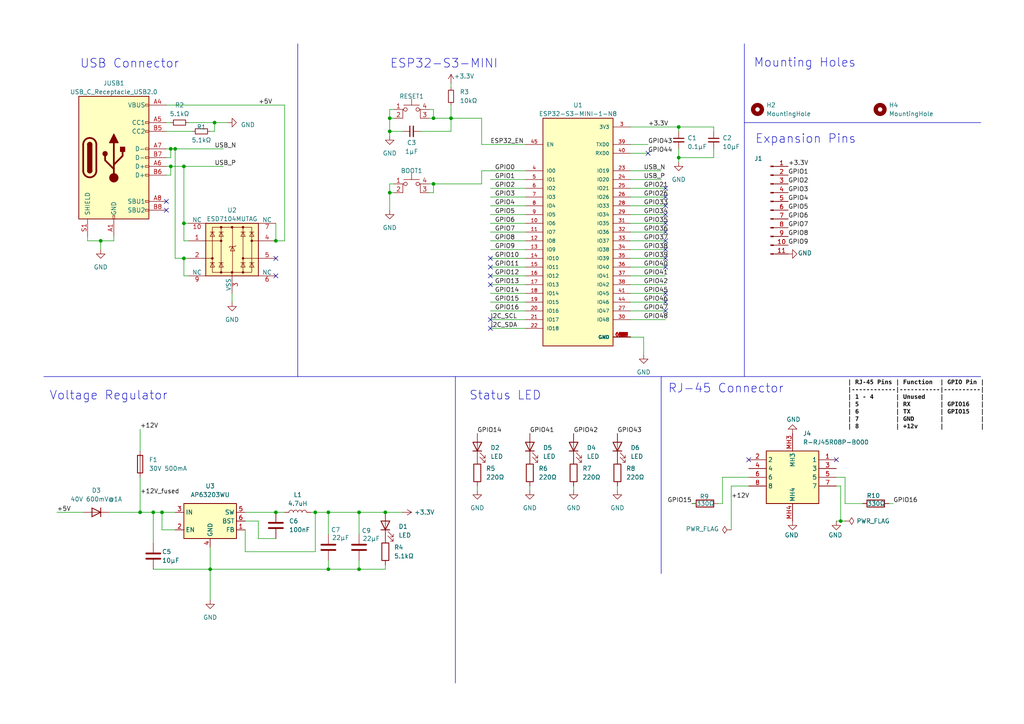
<source format=kicad_sch>
(kicad_sch (version 20231120) (generator "eeschema") (generator_version "8.0")
  (paper "A4")
  (lib_symbols
    (symbol "Connector:Conn_01x11_Pin" (pin_names (offset 1.016) hide)
      (property "Reference" "J" (at 0 15.24 0))
      (property "Value" "Conn_01x11_Pin" (at 0 -15.24 0))
      (symbol "Conn_01x11_Pin_1_1"
        (pin passive line (at 5.08 12.7 180) (length 3.81) (name "Pin_1") (number "1"))
        (pin passive line (at 5.08 -10.16 180) (length 3.81) (name "Pin_10") (number "10"))
        (pin passive line (at 5.08 -12.7 180) (length 3.81) (name "Pin_11") (number "11"))
        (pin passive line (at 5.08 10.16 180) (length 3.81) (name "Pin_2") (number "2"))
        (pin passive line (at 5.08 7.62 180) (length 3.81) (name "Pin_3") (number "3"))
        (pin passive line (at 5.08 5.08 180) (length 3.81) (name "Pin_4") (number "4"))
        (pin passive line (at 5.08 2.54 180) (length 3.81) (name "Pin_5") (number "5"))
        (pin passive line (at 5.08 0 180) (length 3.81) (name "Pin_6") (number "6"))
        (pin passive line (at 5.08 -2.54 180) (length 3.81) (name "Pin_7") (number "7"))
        (pin passive line (at 5.08 -5.08 180) (length 3.81) (name "Pin_8") (number "8"))
        (pin passive line (at 5.08 -7.62 180) (length 3.81) (name "Pin_9") (number "9"))
      )
    )
    (symbol "Connector:USB_C_Receptacle_USB2.0" (pin_names (offset 1.016))
      (property "Reference" "J" (at -10.16 19.05 0))
      (property "Value" "USB_C_Receptacle_USB2.0" (at 19.05 19.05 0))
      (symbol "USB_C_Receptacle_USB2.0_1_1"
        (pin passive line (at 0 -22.86 90) (length 5.08) (name "GND") (number "A1"))
        (pin passive line (at 0 -22.86 90) (length 5.08) hide (name "GND") (number "A12"))
        (pin passive line (at 15.24 15.24 180) (length 5.08) (name "VBUS") (number "A4"))
        (pin bidirectional line (at 15.24 10.16 180) (length 5.08) (name "CC1") (number "A5"))
        (pin bidirectional line (at 15.24 -2.54 180) (length 5.08) (name "D+") (number "A6"))
        (pin bidirectional line (at 15.24 2.54 180) (length 5.08) (name "D-") (number "A7"))
        (pin bidirectional line (at 15.24 -12.7 180) (length 5.08) (name "SBU1") (number "A8"))
        (pin passive line (at 15.24 15.24 180) (length 5.08) hide (name "VBUS") (number "A9"))
        (pin passive line (at 0 -22.86 90) (length 5.08) hide (name "GND") (number "B1"))
        (pin passive line (at 0 -22.86 90) (length 5.08) hide (name "GND") (number "B12"))
        (pin passive line (at 15.24 15.24 180) (length 5.08) hide (name "VBUS") (number "B4"))
        (pin bidirectional line (at 15.24 7.62 180) (length 5.08) (name "CC2") (number "B5"))
        (pin bidirectional line (at 15.24 -5.08 180) (length 5.08) (name "D+") (number "B6"))
        (pin bidirectional line (at 15.24 0 180) (length 5.08) (name "D-") (number "B7"))
        (pin bidirectional line (at 15.24 -15.24 180) (length 5.08) (name "SBU2") (number "B8"))
        (pin passive line (at 15.24 15.24 180) (length 5.08) hide (name "VBUS") (number "B9"))
        (pin passive line (at -7.62 -22.86 90) (length 5.08) (name "SHIELD") (number "S1"))
      )
    )
    (symbol "Device:C" (pin_numbers hide) (pin_names (offset 0.254))
      (property "Reference" "C" (at 0.635 2.54 0))
      (property "Value" "C" (at 0.635 -2.54 0))
      (symbol "C_1_1"
        (pin passive line (at 0 3.81 270) (length 2.794) (name "~") (number "1"))
        (pin passive line (at 0 -3.81 90) (length 2.794) (name "~") (number "2"))
      )
    )
    (symbol "Device:C_Small" (pin_numbers hide) (pin_names (offset 0.254) hide)
      (property "Reference" "C" (at 0.254 1.778 0))
      (property "Value" "C_Small" (at 0.254 -2.032 0))
      (symbol "C_Small_1_1"
        (pin passive line (at 0 2.54 270) (length 2.032) (name "~") (number "1"))
        (pin passive line (at 0 -2.54 90) (length 2.032) (name "~") (number "2"))
      )
    )
    (symbol "Device:D" (pin_numbers hide) (pin_names (offset 1.016) hide)
      (property "Reference" "D" (at 0 2.54 0))
      (property "Value" "D" (at 0 -2.54 0))
      (symbol "D_1_1"
        (pin passive line (at -3.81 0 0) (length 2.54) (name "K") (number "1"))
        (pin passive line (at 3.81 0 180) (length 2.54) (name "A") (number "2"))
      )
    )
    (symbol "Device:Fuse" (pin_numbers hide) (pin_names (offset 0))
      (property "Reference" "F" (at 2.032 0 90))
      (property "Value" "Fuse" (at -1.905 0 90))
      (symbol "Fuse_1_1"
        (pin passive line (at 0 3.81 270) (length 1.27) (name "~") (number "1"))
        (pin passive line (at 0 -3.81 90) (length 1.27) (name "~") (number "2"))
      )
    )
    (symbol "Device:L" (pin_numbers hide) (pin_names (offset 1.016) hide)
      (property "Reference" "L" (at -1.27 0 90))
      (property "Value" "L" (at 1.905 0 90))
      (symbol "L_1_1"
        (pin passive line (at 0 3.81 270) (length 1.27) (name "1") (number "1"))
        (pin passive line (at 0 -3.81 90) (length 1.27) (name "2") (number "2"))
      )
    )
    (symbol "Device:LED" (pin_numbers hide) (pin_names (offset 1.016) hide)
      (property "Reference" "D" (at 0 2.54 0))
      (property "Value" "LED" (at 0 -2.54 0))
      (symbol "LED_1_1"
        (pin passive line (at -3.81 0 0) (length 2.54) (name "K") (number "1"))
        (pin passive line (at 3.81 0 180) (length 2.54) (name "A") (number "2"))
      )
    )
    (symbol "Device:R" (pin_numbers hide) (pin_names (offset 0))
      (property "Reference" "R" (at 2.032 0 90))
      (property "Value" "R" (at 0 0 90))
      (symbol "R_1_1"
        (pin passive line (at 0 3.81 270) (length 1.27) (name "~") (number "1"))
        (pin passive line (at 0 -3.81 90) (length 1.27) (name "~") (number "2"))
      )
    )
    (symbol "Device:R_Small" (pin_numbers hide) (pin_names (offset 0.254) hide)
      (property "Reference" "R" (at 0.762 0.508 0))
      (property "Value" "R_Small" (at 0.762 -1.016 0))
      (symbol "R_Small_1_1"
        (pin passive line (at 0 2.54 270) (length 0.762) (name "~") (number "1"))
        (pin passive line (at 0 -2.54 90) (length 0.762) (name "~") (number "2"))
      )
    )
    (symbol "ESP32-S3-MINI-1-N8:ESP32-S3-MINI-1-N8" (pin_names (offset 1.016))
      (property "Reference" "U" (at -10.16 34.29 0))
      (property "Value" "ESP32-S3-MINI-1-N8" (at -10.16 -35.56 0))
      (symbol "ESP32-S3-MINI-1-N8_0_0"
        (pin power_in line (at 15.24 -30.48 180) (length 5.08) (name "GND") (number "1"))
        (pin bidirectional line (at -15.24 2.54 0) (length 5.08) (name "IO6") (number "10"))
        (pin bidirectional line (at -15.24 0 0) (length 5.08) (name "IO7") (number "11"))
        (pin bidirectional line (at -15.24 -2.54 0) (length 5.08) (name "IO8") (number "12"))
        (pin bidirectional line (at -15.24 -5.08 0) (length 5.08) (name "IO9") (number "13"))
        (pin bidirectional line (at -15.24 -7.62 0) (length 5.08) (name "IO10") (number "14"))
        (pin bidirectional line (at -15.24 -10.16 0) (length 5.08) (name "IO11") (number "15"))
        (pin bidirectional line (at -15.24 -12.7 0) (length 5.08) (name "IO12") (number "16"))
        (pin bidirectional line (at -15.24 -15.24 0) (length 5.08) (name "IO13") (number "17"))
        (pin bidirectional line (at -15.24 -17.78 0) (length 5.08) (name "IO14") (number "18"))
        (pin bidirectional line (at -15.24 -20.32 0) (length 5.08) (name "IO15") (number "19"))
        (pin power_in line (at 15.24 -30.48 180) (length 5.08) (name "GND") (number "2"))
        (pin bidirectional line (at -15.24 -22.86 0) (length 5.08) (name "IO16") (number "20"))
        (pin bidirectional line (at -15.24 -25.4 0) (length 5.08) (name "IO17") (number "21"))
        (pin bidirectional line (at -15.24 -27.94 0) (length 5.08) (name "IO18") (number "22"))
        (pin bidirectional line (at 15.24 17.78 180) (length 5.08) (name "IO19") (number "23"))
        (pin bidirectional line (at 15.24 15.24 180) (length 5.08) (name "IO20") (number "24"))
        (pin bidirectional line (at 15.24 12.7 180) (length 5.08) (name "IO21") (number "25"))
        (pin bidirectional line (at 15.24 10.16 180) (length 5.08) (name "IO26") (number "26"))
        (pin bidirectional line (at 15.24 -22.86 180) (length 5.08) (name "IO47") (number "27"))
        (pin bidirectional line (at 15.24 7.62 180) (length 5.08) (name "IO33") (number "28"))
        (pin bidirectional line (at 15.24 5.08 180) (length 5.08) (name "IO34") (number "29"))
        (pin power_in line (at 15.24 30.48 180) (length 5.08) (name "3V3") (number "3"))
        (pin bidirectional line (at 15.24 -25.4 180) (length 5.08) (name "IO48") (number "30"))
        (pin bidirectional line (at 15.24 2.54 180) (length 5.08) (name "IO35") (number "31"))
        (pin bidirectional line (at 15.24 0 180) (length 5.08) (name "IO36") (number "32"))
        (pin bidirectional line (at 15.24 -2.54 180) (length 5.08) (name "IO37") (number "33"))
        (pin bidirectional line (at 15.24 -5.08 180) (length 5.08) (name "IO38") (number "34"))
        (pin bidirectional line (at 15.24 -7.62 180) (length 5.08) (name "IO39") (number "35"))
        (pin bidirectional line (at 15.24 -10.16 180) (length 5.08) (name "IO40") (number "36"))
        (pin bidirectional line (at 15.24 -12.7 180) (length 5.08) (name "IO41") (number "37"))
        (pin bidirectional line (at 15.24 -15.24 180) (length 5.08) (name "IO42") (number "38"))
        (pin bidirectional line (at 15.24 25.4 180) (length 5.08) (name "TXD0") (number "39"))
        (pin bidirectional line (at -15.24 17.78 0) (length 5.08) (name "IO0") (number "4"))
        (pin bidirectional line (at 15.24 22.86 180) (length 5.08) (name "RXD0") (number "40"))
        (pin bidirectional line (at 15.24 -17.78 180) (length 5.08) (name "IO45") (number "41"))
        (pin power_in line (at 15.24 -30.48 180) (length 5.08) (name "GND") (number "42"))
        (pin power_in line (at 15.24 -30.48 180) (length 5.08) (name "GND") (number "43"))
        (pin bidirectional line (at 15.24 -20.32 180) (length 5.08) (name "IO46") (number "44"))
        (pin input line (at -15.24 25.4 0) (length 5.08) (name "EN") (number "45"))
        (pin power_in line (at 15.24 -30.48 180) (length 5.08) (name "GND") (number "46"))
        (pin power_in line (at 15.24 -30.48 180) (length 5.08) (name "GND") (number "47"))
        (pin power_in line (at 15.24 -30.48 180) (length 5.08) (name "GND") (number "48"))
        (pin power_in line (at 15.24 -30.48 180) (length 5.08) (name "GND") (number "49"))
        (pin bidirectional line (at -15.24 15.24 0) (length 5.08) (name "IO1") (number "5"))
        (pin power_in line (at 15.24 -30.48 180) (length 5.08) (name "GND") (number "50"))
        (pin power_in line (at 15.24 -30.48 180) (length 5.08) (name "GND") (number "51"))
        (pin power_in line (at 15.24 -30.48 180) (length 5.08) (name "GND") (number "52"))
        (pin power_in line (at 15.24 -30.48 180) (length 5.08) (name "GND") (number "53"))
        (pin power_in line (at 15.24 -30.48 180) (length 5.08) (name "GND") (number "54"))
        (pin power_in line (at 15.24 -30.48 180) (length 5.08) (name "GND") (number "55"))
        (pin power_in line (at 15.24 -30.48 180) (length 5.08) (name "GND") (number "56"))
        (pin power_in line (at 15.24 -30.48 180) (length 5.08) (name "GND") (number "57"))
        (pin power_in line (at 15.24 -30.48 180) (length 5.08) (name "GND") (number "58"))
        (pin power_in line (at 15.24 -30.48 180) (length 5.08) (name "GND") (number "59"))
        (pin bidirectional line (at -15.24 12.7 0) (length 5.08) (name "IO2") (number "6"))
        (pin power_in line (at 15.24 -30.48 180) (length 5.08) (name "GND") (number "60"))
        (pin power_in line (at 15.24 -30.48 180) (length 5.08) (name "GND") (number "61"))
        (pin power_in line (at 15.24 -30.48 180) (length 5.08) (name "GND") (number "61_1"))
        (pin power_in line (at 15.24 -30.48 180) (length 5.08) (name "GND") (number "61_2"))
        (pin power_in line (at 15.24 -30.48 180) (length 5.08) (name "GND") (number "61_3"))
        (pin power_in line (at 15.24 -30.48 180) (length 5.08) (name "GND") (number "61_4"))
        (pin power_in line (at 15.24 -30.48 180) (length 5.08) (name "GND") (number "61_5"))
        (pin power_in line (at 15.24 -30.48 180) (length 5.08) (name "GND") (number "61_6"))
        (pin power_in line (at 15.24 -30.48 180) (length 5.08) (name "GND") (number "61_7"))
        (pin power_in line (at 15.24 -30.48 180) (length 5.08) (name "GND") (number "61_8"))
        (pin power_in line (at 15.24 -30.48 180) (length 5.08) (name "GND") (number "62"))
        (pin power_in line (at 15.24 -30.48 180) (length 5.08) (name "GND") (number "63"))
        (pin power_in line (at 15.24 -30.48 180) (length 5.08) (name "GND") (number "64"))
        (pin power_in line (at 15.24 -30.48 180) (length 5.08) (name "GND") (number "65"))
        (pin bidirectional line (at -15.24 10.16 0) (length 5.08) (name "IO3") (number "7"))
        (pin bidirectional line (at -15.24 7.62 0) (length 5.08) (name "IO4") (number "8"))
        (pin bidirectional line (at -15.24 5.08 0) (length 5.08) (name "IO5") (number "9"))
      )
    )
    (symbol "GND_1" (power) (pin_numbers hide) (pin_names (offset 0) hide)
      (property "Value" "GND" (at 0 -3.81 0))
      (symbol "GND_1_1_1"
        (pin power_in line (at 0 0 270) (length 0) (name "~") (number "1"))
      )
    )
    (symbol "Mechanical:MountingHole" (pin_names (offset 1.016)) (exclude_from_sim yes) (in_bom no)
      (property "Reference" "H" (at 0 5.08 0))
      (property "Value" "MountingHole" (at 0 3.175 0))
    )
    (symbol "Power_Protection:D3V3XA4B10LP" (pin_names (offset 0))
      (property "Reference" "U" (at -0.635 8.89 0))
      (property "Value" "D3V3XA4B10LP" (at 8.89 -10.16 0))
      (symbol "D3V3XA4B10LP_1_1"
        (pin passive line (at -12.7 2.54 0) (length 5.08) (name "~") (number "1"))
        (pin free line (at -12.7 7.62 0) (length 5.08) (name "NC") (number "10"))
        (pin passive line (at -12.7 -2.54 0) (length 5.08) (name "~") (number "2"))
        (pin power_in line (at 0 -12.7 90) (length 5.08) (name "VSS") (number "3"))
        (pin passive line (at 12.7 2.54 180) (length 5.08) (name "~") (number "4"))
        (pin passive line (at 12.7 -2.54 180) (length 5.08) (name "~") (number "5"))
        (pin free line (at 12.7 -7.62 180) (length 5.08) (name "NC") (number "6"))
        (pin free line (at 12.7 7.62 180) (length 5.08) (name "NC") (number "7"))
        (pin passive line (at 0 -12.7 90) (length 5.08) hide (name "VSS") (number "8"))
        (pin free line (at -12.7 -7.62 0) (length 5.08) (name "NC") (number "9"))
      )
    )
    (symbol "R-RJ45R08P-B000:R-RJ45R08P-B000"
      (property "Reference" "J" (at 21.59 12.7 0))
      (property "Value" "R-RJ45R08P-B000" (at 21.59 10.16 0))
      (symbol "R-RJ45R08P-B000_1_1"
        (pin passive line (at 7.62 12.7 270) (length 5.08) (name "1") (number "1"))
        (pin passive line (at 7.62 -12.7 90) (length 5.08) (name "2") (number "2"))
        (pin passive line (at 10.16 12.7 270) (length 5.08) (name "3") (number "3"))
        (pin passive line (at 10.16 -12.7 90) (length 5.08) (name "4") (number "4"))
        (pin passive line (at 12.7 12.7 270) (length 5.08) (name "5") (number "5"))
        (pin passive line (at 12.7 -12.7 90) (length 5.08) (name "6") (number "6"))
        (pin passive line (at 15.24 12.7 270) (length 5.08) (name "7") (number "7"))
        (pin passive line (at 15.24 -12.7 90) (length 5.08) (name "8") (number "8"))
        (pin passive line (at 0 0 0) (length 5.08) (name "MH3") (number "MH3"))
        (pin passive line (at 25.4 0 180) (length 5.08) (name "MH4") (number "MH4"))
      )
    )
    (symbol "Regulator_Switching:AP63203WU"
      (property "Reference" "U" (at -7.62 6.35 0))
      (property "Value" "AP63203WU" (at 2.54 6.35 0))
      (symbol "AP63203WU_1_1"
        (pin input line (at 10.16 -2.54 180) (length 2.54) (name "FB") (number "1"))
        (pin input line (at -10.16 -2.54 0) (length 2.54) (name "EN") (number "2"))
        (pin power_in line (at -10.16 2.54 0) (length 2.54) (name "IN") (number "3"))
        (pin power_in line (at 0 -7.62 90) (length 2.54) (name "GND") (number "4"))
        (pin output line (at 10.16 2.54 180) (length 2.54) (name "SW") (number "5"))
        (pin passive line (at 10.16 0 180) (length 2.54) (name "BST") (number "6"))
      )
    )
    (symbol "Switch:SW_MEC_5E" (pin_names (offset 1.016) hide)
      (property "Reference" "SW" (at 0.635 5.715 0))
      (property "Value" "SW_MEC_5E" (at 0 -3.175 0))
      (symbol "SW_MEC_5E_0_1"
        (pin passive line (at -5.08 2.54 0) (length 2.54) (name "1") (number "1"))
        (pin passive line (at -5.08 0 0) (length 2.54) (name "2") (number "2"))
        (pin passive line (at 5.08 0 180) (length 2.54) (name "K") (number "3"))
        (pin passive line (at 5.08 2.54 180) (length 2.54) (name "A") (number "4"))
      )
    )
    (symbol "power:+3.3V" (power) (pin_numbers hide) (pin_names (offset 0) hide)
      (property "Value" "+3.3V" (at 0 3.556 0))
      (symbol "+3.3V_1_1"
        (pin power_in line (at 0 0 90) (length 0) (name "~") (number "1"))
      )
    )
    (symbol "power:GND" (power) (pin_names (offset 0))
      (property "Value" "GND" (at 0 -3.81 0))
      (symbol "GND_1_1"
        (pin power_in line (at 0 0 270) (length 0) hide (name "GND") (number "1"))
      )
    )
    (symbol "power:PWR_FLAG" (power) (pin_numbers hide) (pin_names (offset 0) hide)
      (property "Value" "PWR_FLAG" (at 0 3.81 0))
      (symbol "PWR_FLAG_0_0"
        (pin power_out line (at 0 0 90) (length 0) (name "~") (number "1"))
      )
    )
  )
  (junction (at 196.85 36.83))
  (junction (at 95.25 148.59))
  (junction (at 104.14 148.59))
  (junction (at 125.73 34.29))
  (junction (at 91.44 148.59))
  (junction (at 46.99 148.59))
  (junction (at 113.03 34.29))
  (junction (at 50.8 43.18))
  (junction (at 49.53 43.18))
  (junction (at 49.53 48.26))
  (junction (at 196.85 45.72))
  (junction (at 40.64 148.59))
  (junction (at 113.03 38.1))
  (junction (at 113.03 55.88))
  (junction (at 130.81 34.29))
  (junction (at 60.96 165.1))
  (junction (at 80.01 69.85))
  (junction (at 125.73 53.34))
  (junction (at 44.45 148.59))
  (junction (at 53.34 64.77))
  (junction (at 80.01 148.59))
  (junction (at 95.25 165.1))
  (junction (at 53.34 74.93))
  (junction (at 104.14 165.1))
  (junction (at 243.84 151.13))
  (junction (at 53.34 48.26))
  (junction (at 111.76 148.59))
  (junction (at 62.23 35.56))
  (junction (at 29.21 69.85))
  (no_connect (at 193.04 85.09))
  (no_connect (at 193.04 59.69))
  (no_connect (at 80.01 74.93))
  (no_connect (at 193.04 57.15))
  (no_connect (at 193.04 62.23))
  (no_connect (at 142.24 95.25))
  (no_connect (at 193.04 74.93))
  (no_connect (at 193.04 90.17))
  (no_connect (at 193.04 69.85))
  (no_connect (at 193.04 77.47))
  (no_connect (at 193.04 87.63))
  (no_connect (at 193.04 67.31))
  (no_connect (at 142.24 74.93))
  (no_connect (at 242.57 133.35))
  (no_connect (at 217.17 133.35))
  (no_connect (at 193.04 54.61))
  (no_connect (at 187.96 44.45))
  (no_connect (at 48.26 58.42))
  (no_connect (at 142.24 92.71))
  (no_connect (at 142.24 82.55))
  (no_connect (at 80.01 80.01))
  (no_connect (at 48.26 60.96))
  (no_connect (at 142.24 77.47))
  (no_connect (at 193.04 64.77))
  (no_connect (at 193.04 72.39))
  (no_connect (at 142.24 80.01))
  (wire (pts (xy 142.24 59.69) (xy 152.4 59.69)))
  (wire (pts (xy 60.96 173.99) (xy 60.96 165.1)))
  (wire (pts (xy 54.61 35.56) (xy 62.23 35.56)))
  (wire (pts (xy 182.88 80.01) (xy 193.04 80.01)))
  (wire (pts (xy 74.93 156.21) (xy 74.93 151.13)))
  (wire (pts (xy 182.88 92.71) (xy 193.04 92.71)))
  (wire (pts (xy 80.01 69.85) (xy 82.55 69.85)))
  (wire (pts (xy 113.03 38.1) (xy 113.03 39.37)))
  (wire (pts (xy 207.01 43.18) (xy 207.01 45.72)))
  (wire (pts (xy 31.75 148.59) (xy 40.64 148.59)))
  (wire (pts (xy 142.24 74.93) (xy 152.4 74.93)))
  (wire (pts (xy 182.88 72.39) (xy 193.04 72.39)))
  (wire (pts (xy 60.96 165.1) (xy 60.96 158.75)))
  (wire (pts (xy 114.3 31.75) (xy 113.03 31.75)))
  (wire (pts (xy 259.08 146.05) (xy 257.81 146.05)))
  (wire (pts (xy 138.43 140.97) (xy 138.43 142.24)))
  (wire (pts (xy 91.44 148.59) (xy 91.44 160.02)))
  (wire (pts (xy 113.03 34.29) (xy 113.03 31.75)))
  (wire (pts (xy 182.88 36.83) (xy 196.85 36.83)))
  (wire (pts (xy 82.55 148.59) (xy 80.01 148.59)))
  (wire (pts (xy 71.12 153.67) (xy 71.12 160.02)))
  (wire (pts (xy 114.3 53.34) (xy 113.03 53.34)))
  (wire (pts (xy 91.44 148.59) (xy 90.17 148.59)))
  (wire (pts (xy 53.34 48.26) (xy 53.34 64.77)))
  (wire (pts (xy 182.88 85.09) (xy 193.04 85.09)))
  (wire (pts (xy 95.25 162.56) (xy 95.25 165.1)))
  (wire (pts (xy 182.88 54.61) (xy 193.04 54.61)))
  (wire (pts (xy 53.34 64.77) (xy 54.61 64.77)))
  (wire (pts (xy 182.88 87.63) (xy 193.04 87.63)))
  (wire (pts (xy 125.73 53.34) (xy 139.7 53.34)))
  (wire (pts (xy 209.55 146.05) (xy 209.55 138.43)))
  (wire (pts (xy 142.24 85.09) (xy 152.4 85.09)))
  (wire (pts (xy 196.85 43.18) (xy 196.85 45.72)))
  (wire (pts (xy 49.53 45.72) (xy 49.53 43.18)))
  (wire (pts (xy 142.24 52.07) (xy 152.4 52.07)))
  (wire (pts (xy 104.14 148.59) (xy 111.76 148.59)))
  (wire (pts (xy 48.26 30.48) (xy 82.55 30.48)))
  (wire (pts (xy 16.51 148.59) (xy 24.13 148.59)))
  (wire (pts (xy 124.46 55.88) (xy 125.73 55.88)))
  (wire (pts (xy 25.4 69.85) (xy 29.21 69.85)))
  (wire (pts (xy 29.21 72.39) (xy 29.21 69.85)))
  (wire (pts (xy 142.24 62.23) (xy 152.4 62.23)))
  (wire (pts (xy 125.73 31.75) (xy 125.73 34.29)))
  (wire (pts (xy 53.34 74.93) (xy 50.8 74.93)))
  (wire (pts (xy 182.88 57.15) (xy 193.04 57.15)))
  (wire (pts (xy 182.88 49.53) (xy 191.77 49.53)))
  (wire (pts (xy 113.03 55.88) (xy 113.03 60.96)))
  (wire (pts (xy 208.28 146.05) (xy 209.55 146.05)))
  (wire (pts (xy 139.7 34.29) (xy 130.81 34.29)))
  (wire (pts (xy 49.53 48.26) (xy 53.34 48.26)))
  (wire (pts (xy 187.96 44.45) (xy 182.88 44.45)))
  (wire (pts (xy 40.64 148.59) (xy 44.45 148.59)))
  (wire (pts (xy 54.61 80.01) (xy 53.34 80.01)))
  (wire (pts (xy 44.45 165.1) (xy 60.96 165.1)))
  (wire (pts (xy 179.07 140.97) (xy 179.07 142.24)))
  (wire (pts (xy 125.73 55.88) (xy 125.73 53.34)))
  (wire (pts (xy 111.76 148.59) (xy 116.84 148.59)))
  (wire (pts (xy 187.96 41.91) (xy 182.88 41.91)))
  (wire (pts (xy 80.01 148.59) (xy 71.12 148.59)))
  (wire (pts (xy 50.8 153.67) (xy 46.99 153.67)))
  (wire (pts (xy 245.11 146.05) (xy 250.19 146.05)))
  (wire (pts (xy 104.14 162.56) (xy 104.14 165.1)))
  (wire (pts (xy 48.26 50.8) (xy 49.53 50.8)))
  (wire (pts (xy 104.14 148.59) (xy 95.25 148.59)))
  (wire (pts (xy 196.85 36.83) (xy 207.01 36.83)))
  (wire (pts (xy 44.45 148.59) (xy 44.45 157.48)))
  (wire (pts (xy 113.03 38.1) (xy 116.84 38.1)))
  (wire (pts (xy 212.09 140.97) (xy 217.17 140.97)))
  (wire (pts (xy 46.99 148.59) (xy 50.8 148.59)))
  (wire (pts (xy 243.84 151.13) (xy 245.11 151.13)))
  (polyline (pts (xy 191.77 109.22) (xy 191.77 166.37)))
  (wire (pts (xy 124.46 53.34) (xy 125.73 53.34)))
  (wire (pts (xy 48.26 45.72) (xy 49.53 45.72)))
  (wire (pts (xy 182.88 59.69) (xy 193.04 59.69)))
  (wire (pts (xy 130.81 30.48) (xy 130.81 34.29)))
  (wire (pts (xy 53.34 64.77) (xy 53.34 69.85)))
  (wire (pts (xy 50.8 43.18) (xy 64.77 43.18)))
  (wire (pts (xy 142.24 72.39) (xy 152.4 72.39)))
  (wire (pts (xy 49.53 43.18) (xy 50.8 43.18)))
  (polyline (pts (xy 12.7 109.22) (xy 284.48 109.22)))
  (wire (pts (xy 62.23 38.1) (xy 62.23 35.56)))
  (wire (pts (xy 40.64 138.43) (xy 40.64 148.59)))
  (wire (pts (xy 142.24 54.61) (xy 152.4 54.61)))
  (wire (pts (xy 50.8 74.93) (xy 50.8 43.18)))
  (wire (pts (xy 207.01 38.1) (xy 207.01 36.83)))
  (wire (pts (xy 113.03 38.1) (xy 113.03 34.29)))
  (wire (pts (xy 125.73 34.29) (xy 130.81 34.29)))
  (wire (pts (xy 124.46 34.29) (xy 125.73 34.29)))
  (wire (pts (xy 48.26 35.56) (xy 49.53 35.56)))
  (wire (pts (xy 113.03 53.34) (xy 113.03 55.88)))
  (wire (pts (xy 139.7 49.53) (xy 152.4 49.53)))
  (wire (pts (xy 142.24 92.71) (xy 152.4 92.71)))
  (wire (pts (xy 54.61 74.93) (xy 53.34 74.93)))
  (wire (pts (xy 196.85 45.72) (xy 196.85 46.99)))
  (wire (pts (xy 182.88 62.23) (xy 193.04 62.23)))
  (wire (pts (xy 142.24 80.01) (xy 152.4 80.01)))
  (wire (pts (xy 53.34 48.26) (xy 64.77 48.26)))
  (polyline (pts (xy 215.9 35.56) (xy 284.48 35.56)))
  (polyline (pts (xy 86.36 12.7) (xy 86.36 109.22)))
  (wire (pts (xy 130.81 34.29) (xy 130.81 38.1)))
  (wire (pts (xy 182.88 52.07) (xy 191.77 52.07)))
  (wire (pts (xy 104.14 148.59) (xy 104.14 154.94)))
  (wire (pts (xy 142.24 90.17) (xy 152.4 90.17)))
  (wire (pts (xy 139.7 41.91) (xy 152.4 41.91)))
  (wire (pts (xy 142.24 82.55) (xy 152.4 82.55)))
  (wire (pts (xy 182.88 77.47) (xy 193.04 77.47)))
  (wire (pts (xy 243.84 151.13) (xy 243.84 140.97)))
  (wire (pts (xy 104.14 165.1) (xy 111.76 165.1)))
  (wire (pts (xy 186.69 97.79) (xy 186.69 102.87)))
  (wire (pts (xy 95.25 148.59) (xy 95.25 154.94)))
  (wire (pts (xy 53.34 80.01) (xy 53.34 74.93)))
  (wire (pts (xy 46.99 153.67) (xy 46.99 148.59)))
  (wire (pts (xy 200.66 146.05) (xy 201.93 146.05)))
  (wire (pts (xy 243.84 151.13) (xy 242.57 151.13)))
  (wire (pts (xy 80.01 64.77) (xy 80.01 69.85)))
  (wire (pts (xy 245.11 146.05) (xy 245.11 138.43)))
  (wire (pts (xy 62.23 35.56) (xy 66.04 35.56)))
  (wire (pts (xy 212.09 140.97) (xy 212.09 153.67)))
  (wire (pts (xy 82.55 69.85) (xy 82.55 30.48)))
  (polyline (pts (xy 132.08 109.22) (xy 132.08 198.12)))
  (wire (pts (xy 139.7 49.53) (xy 139.7 53.34)))
  (wire (pts (xy 166.37 140.97) (xy 166.37 142.24)))
  (wire (pts (xy 182.88 67.31) (xy 193.04 67.31)))
  (wire (pts (xy 80.01 156.21) (xy 74.93 156.21)))
  (wire (pts (xy 182.88 90.17) (xy 193.04 90.17)))
  (wire (pts (xy 142.24 95.25) (xy 152.4 95.25)))
  (wire (pts (xy 182.88 64.77) (xy 193.04 64.77)))
  (wire (pts (xy 245.11 138.43) (xy 242.57 138.43)))
  (wire (pts (xy 182.88 69.85) (xy 193.04 69.85)))
  (wire (pts (xy 95.25 148.59) (xy 91.44 148.59)))
  (wire (pts (xy 196.85 38.1) (xy 196.85 36.83)))
  (wire (pts (xy 48.26 48.26) (xy 49.53 48.26)))
  (wire (pts (xy 139.7 41.91) (xy 139.7 34.29)))
  (wire (pts (xy 182.88 82.55) (xy 193.04 82.55)))
  (wire (pts (xy 54.61 69.85) (xy 53.34 69.85)))
  (wire (pts (xy 130.81 25.4) (xy 130.81 24.13)))
  (wire (pts (xy 95.25 165.1) (xy 104.14 165.1)))
  (wire (pts (xy 209.55 138.43) (xy 217.17 138.43)))
  (wire (pts (xy 49.53 50.8) (xy 49.53 48.26)))
  (wire (pts (xy 25.4 68.58) (xy 25.4 69.85)))
  (wire (pts (xy 67.31 85.09) (xy 67.31 87.63)))
  (wire (pts (xy 48.26 38.1) (xy 55.88 38.1)))
  (wire (pts (xy 113.03 34.29) (xy 114.3 34.29)))
  (wire (pts (xy 207.01 45.72) (xy 196.85 45.72)))
  (wire (pts (xy 33.02 69.85) (xy 29.21 69.85)))
  (wire (pts (xy 142.24 67.31) (xy 152.4 67.31)))
  (wire (pts (xy 242.57 140.97) (xy 243.84 140.97)))
  (wire (pts (xy 142.24 57.15) (xy 152.4 57.15)))
  (wire (pts (xy 71.12 151.13) (xy 74.93 151.13)))
  (wire (pts (xy 142.24 64.77) (xy 152.4 64.77)))
  (wire (pts (xy 153.67 140.97) (xy 153.67 142.24)))
  (wire (pts (xy 142.24 69.85) (xy 152.4 69.85)))
  (wire (pts (xy 121.92 38.1) (xy 130.81 38.1)))
  (wire (pts (xy 142.24 77.47) (xy 152.4 77.47)))
  (wire (pts (xy 60.96 165.1) (xy 95.25 165.1)))
  (wire (pts (xy 71.12 160.02) (xy 91.44 160.02)))
  (wire (pts (xy 40.64 124.46) (xy 40.64 130.81)))
  (wire (pts (xy 48.26 43.18) (xy 49.53 43.18)))
  (wire (pts (xy 33.02 68.58) (xy 33.02 69.85)))
  (wire (pts (xy 60.96 38.1) (xy 62.23 38.1)))
  (wire (pts (xy 142.24 87.63) (xy 152.4 87.63)))
  (wire (pts (xy 111.76 163.83) (xy 111.76 165.1)))
  (polyline (pts (xy 215.9 12.7) (xy 215.9 109.22)))
  (wire (pts (xy 124.46 31.75) (xy 125.73 31.75)))
  (wire (pts (xy 114.3 55.88) (xy 113.03 55.88)))
  (wire (pts (xy 182.88 74.93) (xy 193.04 74.93)))
  (wire (pts (xy 182.88 97.79) (xy 186.69 97.79)))
  (wire (pts (xy 44.45 148.59) (xy 46.99 148.59)))
  (text "ESP32-S3-MINI" (exclude_from_sim yes) (at 128.778 18.542 0) (effects (font (size 2.54 2.54))))
  (text "USB Connector" (exclude_from_sim yes) (at 37.592 18.542 0) (effects (font (size 2.54 2.54))))
  (text "RJ-45 Connector" (exclude_from_sim yes) (at 210.566 112.776 0) (effects (font (size 2.54 2.54))))
  (text "Status LED" (exclude_from_sim yes) (at 146.558 114.808 0) (effects (font (size 2.54 2.54))))
  (text "Expansion Pins" (exclude_from_sim yes) (at 233.68 40.386 0) (effects (font (size 2.54 2.54))))
  (text "Voltage Regulator" (exclude_from_sim yes) (at 31.496 114.808 0) (effects (font (size 2.54 2.54))))
  (text "Mounting Holes" (exclude_from_sim yes) (at 233.426 18.288 0) (effects (font (size 2.54 2.54))))
  (text "| RJ-45 Pins | Function  | GPIO Pin |\n|------------|-----------|----------|\n| 1 - 4      | Unused    |          |\n| 5          | RX        | GPIO16   |\n| 6          | TX        | GPIO15   |\n| 7          | GND       |          |\n| 8          | +12v      |          |" (exclude_from_sim yes) (at 265.684 117.856 0) (effects (font (size 1.27 1.27) (thickness 0.254) (bold yes))))
  (label "GPIO42" (at 166.37 125.73 0))
  (label "GPIO0" (at 143.51 49.53 0))
  (label "GPIO11" (at 143.51 77.47 0))
  (label "GPIO47" (at 186.69 90.17 0))
  (label "GPIO6" (at 143.51 64.77 0))
  (label "GPIO5" (at 228.6 60.96 0))
  (label "GPIO2" (at 228.6 53.34 0))
  (label "USB_P" (at 186.69 52.07 0))
  (label "GPIO14" (at 143.51 85.09 0))
  (label "+3.3V" (at 187.96 36.83 0))
  (label "GPIO4" (at 228.6 58.42 0))
  (label "GPIO3" (at 143.51 57.15 0))
  (label "USB_P" (at 62.23 48.26 0))
  (label "+12V" (at 212.09 144.78 0))
  (label "GPIO15" (at 143.51 87.63 0))
  (label "GPIO21" (at 186.69 54.61 0))
  (label "GPIO9" (at 143.51 72.39 0))
  (label "GPIO41" (at 186.69 80.01 0))
  (label "GPIO4" (at 143.51 59.69 0))
  (label "GPIO41" (at 153.67 125.73 0))
  (label "GPIO12" (at 143.51 80.01 0))
  (label "GPIO33" (at 186.69 59.69 0))
  (label "+12V" (at 40.64 124.46 0))
  (label "+3.3V" (at 228.6 48.26 0))
  (label "GPIO2" (at 143.51 54.61 0))
  (label "GPIO13" (at 143.51 82.55 0))
  (label "GPIO37" (at 186.69 69.85 0))
  (label "GPIO7" (at 143.51 67.31 0))
  (label "+5V" (at 74.93 30.48 0))
  (label "GPIO34" (at 186.69 62.23 0))
  (label "GPIO45" (at 186.69 85.09 0))
  (label "GPIO35" (at 186.69 64.77 0))
  (label "GPIO15" (at 200.66 146.05 180))
  (label "GPIO46" (at 186.69 87.63 0))
  (label "I2C_SDA" (at 142.24 95.25 0))
  (label "GPIO48" (at 186.69 92.71 0))
  (label "GPIO44" (at 187.96 44.45 0))
  (label "GPIO42" (at 186.69 82.55 0))
  (label "GPIO9" (at 228.6 71.12 0))
  (label "GPIO36" (at 186.69 67.31 0))
  (label "GPIO10" (at 143.51 74.93 0))
  (label "+12V_fused" (at 40.64 143.51 0))
  (label "GPIO39" (at 186.69 74.93 0))
  (label "GPIO7" (at 228.6 66.04 0))
  (label "GPIO16" (at 259.08 146.05 0))
  (label "GPIO1" (at 143.51 52.07 0))
  (label "ESP32_EN" (at 142.24 41.91 0))
  (label "GPIO14" (at 138.43 125.73 0))
  (label "GPIO8" (at 228.6 68.58 0))
  (label "GPIO40" (at 186.69 77.47 0))
  (label "GPIO38" (at 186.69 72.39 0))
  (label "GPIO5" (at 143.51 62.23 0))
  (label "GPIO26" (at 186.69 57.15 0))
  (label "+5V" (at 16.51 148.59 0))
  (label "USB_N" (at 186.69 49.53 0))
  (label "I2C_SCL" (at 142.24 92.71 0))
  (label "GPIO16" (at 143.51 90.17 0))
  (label "GPIO3" (at 228.6 55.88 0))
  (label "GPIO43" (at 187.96 41.91 0))
  (label "USB_N" (at 62.23 43.18 0))
  (label "GPIO8" (at 143.51 69.85 0))
  (label "GPIO43" (at 179.07 125.73 0))
  (label "GPIO1" (at 228.6 50.8 0))
  (label "GPIO6" (at 228.6 63.5 0))
  (symbol (lib_id "power:GND") (at 229.87 151.13 0) (unit 1)
    (property "Reference" "#PWR013" (effects (hide yes)))
    (property "Value" "GND" (at 231.648 155.194 0) (effects (justify right)))
    (property "Description" "Power symbol creates a global label with name \"GND\" , ground" (effects (hide yes)))
  )
  (symbol (lib_id "Connector:Conn_01x11_Pin") (at 223.52 60.96 0) (unit 1)
    (property "Reference" "J1" (at 219.964 45.974 0))
    (property "Value" "Conn_01x11_Pin" (effects (hide yes)))
    (property "Footprint" "Connector_PinHeader_2.54mm:PinHeader_1x11_P2.54mm_Vertical" (effects (hide yes)))
    (property "Datasheet" "https://jlcpcb.com/partdetail/chxunda-XDZ254_1_11_Z_2_5G1/C18905852" (effects (hide yes)))
    (property "Description" "Generic connector, single row, 01x11, script generated" (effects (hide yes)))
    (property "JLC Part#" "C18905852" (effects (hide yes)))
  )
  (symbol (lib_id "Device:LED") (at 138.43 129.54 90) (unit 1)
    (property "Reference" "D2" (at 142.24 129.8574 90) (effects (justify right)))
    (property "Value" "LED" (at 142.24 132.3974 90) (effects (justify right)))
    (property "Footprint" "LED_SMD:LED_0603_1608Metric" (effects (hide yes)))
    (property "Datasheet" "https://jlcpcb.com/partdetail/Hubei_KentoElec-KT0603R/C2286" (effects (hide yes)))
    (property "Description" "Light emitting diode" (effects (hide yes)))
    (property "JLC Part#" "C2286" (effects (hide yes)))
  )
  (symbol (lib_id "Device:R") (at 179.07 137.16 0) (unit 1)
    (property "Reference" "R8" (at 181.61 135.8899 0) (effects (justify left)))
    (property "Value" "220Ω" (at 181.61 138.4299 0) (effects (justify left)))
    (property "Footprint" "Resistor_SMD:R_0603_1608Metric" (effects (hide yes)))
    (property "Datasheet" "https://jlcpcb.com/partdetail/C22962" (effects (hide yes)))
    (property "Description" "Resistor" (effects (hide yes)))
    (property "JLC Part#" "C22962" (effects (hide yes)))
  )
  (symbol (lib_id "power:GND") (at 186.69 102.87 0) (unit 1)
    (property "Reference" "#PWR06" (effects (hide yes)))
    (property "Value" "GND" (at 186.69 107.95 0))
  )
  (symbol (lib_id "R-RJ45R08P-B000:R-RJ45R08P-B000") (at 229.87 125.73 270) (unit 1)
    (property "Reference" "J4" (at 232.8865 125.73 90) (effects (justify left)))
    (property "Value" "R-RJ45R08P-B000" (at 232.8865 128.27 90) (effects (justify left)))
    (property "Footprint" "RRJ45R08PB000" (effects (hide yes)))
    (property "Datasheet" "https://datasheet.lcsc.com/lcsc/1912111437_Ckmtw-Shenzhen-Cankemeng-R-RJ45R08P-B000_C386756.pdf" (effects (hide yes)))
    (property "Description" "Ethernet Connectors/Modular Connectors (RJ45 RJ11) Through Hole RoHS" (effects (hide yes)))
    (property "Height" "13.4" (effects (hide yes)))
    (property "Manufacturer_Name" "Ckmtw(Shenzhen Cankemeng)" (effects (hide yes)))
    (property "Manufacturer_Part_Number" "R-RJ45R08P-B000" (effects (hide yes)))
    (property "JLC Part" "https://jlcpcb.com/partdetail/360863-R_RJ45R08PB000/C386756" (effects (hide yes)))
    (property "JLC Part#" "C386756" (effects (hide yes)))
  )
  (symbol (lib_id "power:GND") (at 228.6 73.66 90) (unit 1)
    (property "Reference" "#PWR09" (effects (hide yes)))
    (property "Value" "GND" (at 231.394 73.406 90) (effects (justify right)))
  )
  (symbol (lib_id "Device:R_Small") (at 58.42 38.1 90) (unit 1)
    (property "Reference" "R1" (at 58.42 36.83 90))
    (property "Value" "5.1kΩ" (at 58.42 40.64 90))
    (property "Footprint" "Resistor_SMD:R_0603_1608Metric" (effects (hide yes)))
    (property "Datasheet" "https://jlcpcb.com/partdetail/C23186" (effects (hide yes)))
    (property "JLC Part#" "C23186" (effects (hide yes)))
  )
  (symbol (lib_id "Device:C") (at 104.14 158.75 0) (unit 1)
    (property "Reference" "C9" (at 104.902 153.924 0) (effects (justify left)))
    (property "Value" "22μF" (at 105.156 156.21 0) (effects (justify left)))
    (property "Footprint" "Capacitor_SMD:C_0603_1608Metric" (effects (hide yes)))
    (property "Datasheet" "https://jlcpcb.com/partdetail/60514-CL10A226MQ8NRNC/C59461" (effects (hide yes)))
    (property "Description" "Unpolarized capacitor" (effects (hide yes)))
    (property "JLC Part#" "C59461" (effects (hide yes)))
  )
  (symbol (lib_id "power:GND") (at 166.37 142.24 0) (unit 1)
    (property "Reference" "#PWR012" (effects (hide yes)))
    (property "Value" "GND" (at 166.37 147.32 0))
  )
  (symbol (lib_id "Device:R_Small") (at 52.07 35.56 90) (unit 1)
    (property "Reference" "R2" (at 52.07 30.48 90))
    (property "Value" "5.1kΩ" (at 52.07 33.02 90))
    (property "Footprint" "Resistor_SMD:R_0603_1608Metric" (effects (hide yes)))
    (property "Datasheet" "https://jlcpcb.com/partdetail/C23186" (effects (hide yes)))
    (property "JLC Part#" "C23186" (effects (hide yes)))
  )
  (symbol (lib_id "Power_Protection:D3V3XA4B10LP") (at 67.31 72.39 0) (unit 1)
    (property "Reference" "U2" (at 67.31 60.96 0))
    (property "Value" "ESD7104MUTAG" (at 67.31 63.5 0))
    (property "Footprint" "Package_DFN_QFN:Diodes_UDFN-10_1.0x2.5mm_P0.5mm" (effects (hide yes)))
    (property "Datasheet" "https://jlcpcb.com/partdetail/C2987068" (effects (hide yes)))
    (property "JLC Part#" "C2987068" (effects (hide yes)))
  )
  (symbol (lib_id "Device:D") (at 27.94 148.59 180) (unit 1)
    (property "Reference" "D3" (at 27.94 142.24 0))
    (property "Value" "40V 600mV@1A" (at 27.94 144.78 0))
    (property "Footprint" "Diode_SMD:D_SOD-323" (effects (hide yes)))
    (property "Datasheet" "https://jlcpcb.com/partdetail/GuangdongHottech-1N5819WS/C191023" (effects (hide yes)))
    (property "Description" "Diode" (effects (hide yes)))
    (property "JLC Part#" "C191023" (effects (hide yes)))
  )
  (symbol (lib_id "power:GND") (at 242.57 151.13 0) (unit 1)
    (property "Reference" "#PWR015" (effects (hide yes)))
    (property "Value" "GND" (at 244.348 155.194 0) (effects (justify right)))
    (property "Description" "Power symbol creates a global label with name \"GND\" , ground" (effects (hide yes)))
  )
  (symbol (lib_id "Switch:SW_MEC_5E") (at 119.38 55.88 0) (unit 1)
    (property "Reference" "BOOT1" (at 119.38 49.53 0))
    (property "Value" "BOOT" (effects (hide yes)))
    (property "Footprint" "Button_Switch_SMD:SW_SPST_PTS810" (effects (hide yes)))
    (property "Datasheet" "https://jlcpcb.com/partdetail/Alpsalpine-SKRPACE010/C139797" (effects (hide yes)))
    (property "JLC Part#" "C139797" (effects (hide yes)))
  )
  (symbol (lib_id "Device:R_Small") (at 130.81 27.94 180) (unit 1)
    (property "Reference" "R3" (at 133.35 26.6699 0) (effects (justify right)))
    (property "Value" "10kΩ" (at 133.35 29.2099 0) (effects (justify right)))
    (property "Footprint" "Resistor_SMD:R_0603_1608Metric" (effects (hide yes)))
    (property "Datasheet" "https://jlcpcb.com/partdetail/C25804" (effects (hide yes)))
    (property "JLC Part#" "C25804" (effects (hide yes)))
  )
  (symbol (lib_id "power:GND") (at 113.03 60.96 0) (unit 1)
    (property "Reference" "#PWR020" (effects (hide yes)))
    (property "Value" "GND" (at 113.03 66.04 0))
  )
  (symbol (lib_id "power:GND") (at 67.31 87.63 0) (unit 1)
    (property "Reference" "#PWR03" (effects (hide yes)))
    (property "Value" "GND" (at 67.31 92.71 0))
  )
  (symbol (lib_id "Device:C_Small") (at 119.38 38.1 90) (unit 1)
    (property "Reference" "C3" (at 119.38 41.402 90))
    (property "Value" "1μF" (at 119.38 43.942 90))
    (property "Footprint" "Capacitor_SMD:C_0603_1608Metric" (effects (hide yes)))
    (property "Datasheet" "https://jlcpcb.com/partdetail/C15849" (effects (hide yes)))
    (property "JLC Part#" "C15849" (effects (hide yes)))
  )
  (symbol (lib_id "Mechanical:MountingHole") (at 255.27 31.75 0) (unit 1) (exclude_from_sim yes) (in_bom no)
    (property "Reference" "H4" (at 257.81 30.4799 0) (effects (justify left)))
    (property "Value" "MountingHole" (at 257.81 33.0199 0) (effects (justify left)))
    (property "Footprint" "MountingHole:MountingHole_2.2mm_M2" (effects (hide yes)))
    (property "Description" "Mounting Hole without connection" (effects (hide yes)))
  )
  (symbol (lib_id "Device:R") (at 138.43 137.16 0) (unit 1)
    (property "Reference" "R5" (at 140.97 135.8899 0) (effects (justify left)))
    (property "Value" "220Ω" (at 140.97 138.4299 0) (effects (justify left)))
    (property "Footprint" "Resistor_SMD:R_0603_1608Metric" (effects (hide yes)))
    (property "Datasheet" "https://jlcpcb.com/partdetail/C22962" (effects (hide yes)))
    (property "Description" "Resistor" (effects (hide yes)))
    (property "JLC Part#" "C22962" (effects (hide yes)))
  )
  (symbol (lib_id "Switch:SW_MEC_5E") (at 119.38 34.29 0) (unit 1)
    (property "Reference" "RESET1" (at 119.38 27.94 0))
    (property "Value" "RESET" (effects (hide yes)))
    (property "Footprint" "Button_Switch_SMD:SW_SPST_PTS810" (effects (hide yes)))
    (property "Datasheet" "https://jlcpcb.com/partdetail/Alpsalpine-SKRPACE010/C139797" (effects (hide yes)))
    (property "JLC Part#" "C139797" (effects (hide yes)))
  )
  (symbol (lib_id "power:PWR_FLAG") (at 245.11 151.13 270) (unit 1)
    (property "Reference" "#FLG02" (effects (hide yes)))
    (property "Value" "PWR_FLAG" (at 253.238 151.13 90))
    (property "Description" "Special symbol for telling ERC where power comes from" (effects (hide yes)))
  )
  (symbol (lib_id "Device:R") (at 204.47 146.05 270) (unit 1)
    (property "Reference" "R9" (at 202.946 144.018 90) (effects (justify left)))
    (property "Value" "330Ω" (at 201.93 146.05 90) (effects (justify left)))
    (property "Footprint" "Resistor_SMD:R_0603_1608Metric" (effects (hide yes)))
    (property "Datasheet" "https://jlcpcb.com/partdetail/23865-0603WAF3300T5E/C23138" (effects (hide yes)))
    (property "Description" "Resistor" (effects (hide yes)))
    (property "JLC Part#" "C23138" (effects (hide yes)))
  )
  (symbol (lib_id "power:GND") (at 66.04 35.56 90) (unit 1)
    (property "Reference" "#PWR01" (effects (hide yes)))
    (property "Value" "GND" (at 69.85 36.195 90) (effects (justify right)))
  )
  (symbol (lib_id "Device:R") (at 254 146.05 90) (unit 1)
    (property "Reference" "R10" (at 255.27 143.764 90) (effects (justify left)))
    (property "Value" "330Ω" (at 256.794 146.05 90) (effects (justify left)))
    (property "Footprint" "Resistor_SMD:R_0603_1608Metric" (effects (hide yes)))
    (property "Datasheet" "https://jlcpcb.com/partdetail/23865-0603WAF3300T5E/C23138" (effects (hide yes)))
    (property "Description" "Resistor" (effects (hide yes)))
    (property "JLC Part#" "C23138" (effects (hide yes)))
  )
  (symbol (lib_id "power:+3.3V") (at 116.84 148.59 270) (unit 1)
    (property "Reference" "#PWR017" (effects (hide yes)))
    (property "Value" "+3.3V" (at 120.142 148.59 90) (effects (justify left)))
    (property "Description" "Power symbol creates a global label with name \"+3.3V\"" (effects (hide yes)))
  )
  (symbol (lib_id "Device:R") (at 153.67 137.16 0) (unit 1)
    (property "Reference" "R6" (at 156.21 135.8899 0) (effects (justify left)))
    (property "Value" "220Ω" (at 156.21 138.4299 0) (effects (justify left)))
    (property "Footprint" "Resistor_SMD:R_0603_1608Metric" (effects (hide yes)))
    (property "Datasheet" "https://jlcpcb.com/partdetail/C22962" (effects (hide yes)))
    (property "Description" "Resistor" (effects (hide yes)))
    (property "JLC Part#" "C22962" (effects (hide yes)))
  )
  (symbol (lib_id "Device:C_Small") (at 207.01 40.64 0) (unit 1)
    (property "Reference" "C2" (at 209.55 40.0113 0) (effects (justify left)))
    (property "Value" "10μF" (at 209.55 42.5513 0) (effects (justify left)))
    (property "Footprint" "Capacitor_SMD:C_0603_1608Metric" (effects (hide yes)))
    (property "Datasheet" "https://jlcpcb.com/partdetail/C96446" (effects (hide yes)))
    (property "JLC Part#" "C96446" (effects (hide yes)))
  )
  (symbol (lib_id "power:GND") (at 29.21 72.39 0) (unit 1)
    (property "Reference" "#PWR02" (effects (hide yes)))
    (property "Value" "GND" (at 29.21 77.47 0))
  )
  (symbol (lib_id "Mechanical:MountingHole") (at 219.71 31.75 0) (unit 1) (exclude_from_sim yes) (in_bom no)
    (property "Reference" "H2" (at 222.25 30.4799 0) (effects (justify left)))
    (property "Value" "MountingHole" (at 222.25 33.0199 0) (effects (justify left)))
    (property "Footprint" "MountingHole:MountingHole_2.2mm_M2" (effects (hide yes)))
    (property "Description" "Mounting Hole without connection" (effects (hide yes)))
  )
  (symbol (lib_id "Device:R") (at 111.76 160.02 0) (unit 1)
    (property "Reference" "R4" (at 114.3 158.7499 0) (effects (justify left)))
    (property "Value" "5.1kΩ" (at 114.3 161.2899 0) (effects (justify left)))
    (property "Footprint" "Resistor_SMD:R_0603_1608Metric" (effects (hide yes)))
    (property "Datasheet" "https://jlcpcb.com/partdetail/C23186" (effects (hide yes)))
    (property "Description" "Resistor" (effects (hide yes)))
    (property "JLC Part#" "C23186" (effects (hide yes)))
  )
  (symbol (lib_id "Device:LED") (at 111.76 152.4 90) (unit 1)
    (property "Reference" "D1" (at 115.57 152.7174 90) (effects (justify right)))
    (property "Value" "LED" (at 115.57 155.2574 90) (effects (justify right)))
    (property "Footprint" "LED_SMD:LED_0603_1608Metric" (effects (hide yes)))
    (property "Datasheet" "https://jlcpcb.com/partdetail/Hubei_KentoElec-KT0603R/C2286" (effects (hide yes)))
    (property "Description" "Light emitting diode" (effects (hide yes)))
    (property "JLC Part#" "C2286" (effects (hide yes)))
  )
  (symbol (lib_id "power:GND") (at 196.85 46.99 0) (unit 1)
    (property "Reference" "#PWR04" (effects (hide yes)))
    (property "Value" "GND" (at 196.85 52.07 0))
  )
  (symbol (lib_id "Device:LED") (at 166.37 129.54 90) (unit 1)
    (property "Reference" "D4" (at 170.18 129.8574 90) (effects (justify right)))
    (property "Value" "LED" (at 170.18 132.3974 90) (effects (justify right)))
    (property "Footprint" "LED_SMD:LED_0603_1608Metric" (effects (hide yes)))
    (property "Datasheet" "https://jlcpcb.com/partdetail/Hubei_KentoElec-KT0603R/C2286" (effects (hide yes)))
    (property "Description" "Light emitting diode" (effects (hide yes)))
    (property "JLC Part#" "C2286" (effects (hide yes)))
  )
  (symbol (lib_id "Device:L") (at 86.36 148.59 90) (unit 1)
    (property "Reference" "L1" (at 86.36 143.51 90))
    (property "Value" "4.7uH" (at 86.36 146.05 90))
    (property "Footprint" "Inductor_SMD:L_Changjiang_FNR5012S" (effects (hide yes)))
    (property "Datasheet" "https://www.lcsc.com/product-detail/Power-Inductors_cjiang-Changjiang-Microelectronics-Tech-FNR5012S4R7MT_C167909.html" (effects (hide yes)))
    (property "Description" "Inductor" (effects (hide yes)))
    (property "JLC Part#" "C167909" (effects (hide yes)))
    (property "JLC" "https://jlcpcb.com/partdetail/C167909" (effects (hide yes)))
  )
  (symbol (lib_id "Device:C_Small") (at 196.85 40.64 0) (unit 1)
    (property "Reference" "C1" (at 199.39 40.0113 0) (effects (justify left)))
    (property "Value" "0.1μF" (at 199.39 42.5513 0) (effects (justify left)))
    (property "Footprint" "Capacitor_SMD:C_0603_1608Metric" (effects (hide yes)))
    (property "Datasheet" "https://jlcpcb.com/partdetail/C14663" (effects (hide yes)))
    (property "JLC Part#" "C14663" (effects (hide yes)))
  )
  (symbol (lib_name "GND_1") (lib_id "power:GND") (at 60.96 173.99 0) (unit 1)
    (property "Reference" "#PWR016" (effects (hide yes)))
    (property "Value" "GND" (at 60.96 179.07 0))
    (property "Description" "Power symbol creates a global label with name \"GND\" , ground" (effects (hide yes)))
  )
  (symbol (lib_id "Device:Fuse") (at 40.64 134.62 0) (unit 1)
    (property "Reference" "F1" (at 43.18 133.3499 0) (effects (justify left)))
    (property "Value" "30V 500mA" (at 43.18 135.8899 0) (effects (justify left)))
    (property "Footprint" "Fuse:Fuse_1812_4532Metric" (effects (hide yes)))
    (property "Datasheet" "https://jlcpcb.com/partdetail/13193-SMD1812P050TF30/C12559" (effects (hide yes)))
    (property "Description" "Fuse" (effects (hide yes)))
    (property "JLCPCB Part#" "C12559" (effects (hide yes)))
  )
  (symbol (lib_id "power:PWR_FLAG") (at 212.09 153.67 90) (unit 1)
    (property "Reference" "#FLG01" (effects (hide yes)))
    (property "Value" "PWR_FLAG" (at 203.708 153.416 90))
    (property "Description" "Special symbol for telling ERC where power comes from" (effects (hide yes)))
  )
  (symbol (lib_id "Regulator_Switching:AP63203WU") (at 60.96 151.13 0) (unit 1)
    (property "Reference" "U3" (at 60.96 140.97 0))
    (property "Value" "AP63203WU" (at 60.96 143.51 0))
    (property "Footprint" "Package_TO_SOT_SMD:TSOT-23-6" (effects (hide yes)))
    (property "Datasheet" "https://www.diodes.com/assets/Datasheets/AP63200-AP63201-AP63203-AP63205.pdf" (effects (hide yes)))
    (property "Description" "2A, 1.1MHz Buck DC/DC Converter, fixed 3.3V output voltage, TSOT-23-6" (effects (hide yes)))
    (property "JLC" "https://jlcpcb.com/partdetail/DiodesIncorporated-AP63203WU7/C780769" (effects (hide yes)))
    (property "JLC Part#" "C780769" (effects (hide yes)))
  )
  (symbol (lib_id "Device:C") (at 44.45 161.29 0) (unit 1)
    (property "Reference" "C5" (at 46.99 160.02 0) (effects (justify left)))
    (property "Value" "10μF" (at 46.99 162.56 0) (effects (justify left)))
    (property "Footprint" "Capacitor_SMD:C_0603_1608Metric" (effects (hide yes)))
    (property "Datasheet" "https://jlcpcb.com/partdetail/C96446" (effects (hide yes)))
    (property "Description" "Unpolarized capacitor" (effects (hide yes)))
    (property "JLC Part#" "C96446" (effects (hide yes)))
  )
  (symbol (lib_id "Device:C") (at 80.01 152.4 0) (unit 1)
    (property "Reference" "C6" (at 83.82 151.1299 0) (effects (justify left)))
    (property "Value" "100nF" (at 83.82 153.6699 0) (effects (justify left)))
    (property "Footprint" "Capacitor_SMD:C_0603_1608Metric" (effects (hide yes)))
    (property "Datasheet" "https://jlcpcb.com/partdetail/YAGEO-YAGEOCC0603KRX7R9BB104/C14663" (effects (hide yes)))
    (property "Description" "Unpolarized capacitor" (effects (hide yes)))
    (property "JLC Part#" "C14663" (effects (hide yes)))
  )
  (symbol (lib_id "Device:LED") (at 179.07 129.54 90) (unit 1)
    (property "Reference" "D6" (at 182.88 129.8574 90) (effects (justify right)))
    (property "Value" "LED" (at 182.88 132.3974 90) (effects (justify right)))
    (property "Footprint" "LED_SMD:LED_0603_1608Metric" (effects (hide yes)))
    (property "Datasheet" "https://jlcpcb.com/partdetail/Hubei_KentoElec-KT0603R/C2286" (effects (hide yes)))
    (property "Description" "Light emitting diode" (effects (hide yes)))
    (property "JLC Part#" "C2286" (effects (hide yes)))
  )
  (symbol (lib_id "power:GND") (at 138.43 142.24 0) (unit 1)
    (property "Reference" "#PWR07" (effects (hide yes)))
    (property "Value" "GND" (at 138.43 147.32 0))
  )
  (symbol (lib_id "power:GND") (at 153.67 142.24 0) (unit 1)
    (property "Reference" "#PWR010" (effects (hide yes)))
    (property "Value" "GND" (at 153.67 147.32 0))
  )
  (symbol (lib_id "power:GND") (at 229.87 125.73 180) (unit 1)
    (property "Reference" "#PWR014" (effects (hide yes)))
    (property "Value" "GND" (at 228.092 121.666 0) (effects (justify right)))
    (property "Description" "Power symbol creates a global label with name \"GND\" , ground" (effects (hide yes)))
  )
  (symbol (lib_id "ESP32-S3-MINI-1-N8:ESP32-S3-MINI-1-N8") (at 167.64 67.31 0) (unit 1)
    (property "Reference" "U1" (at 167.64 30.48 0))
    (property "Value" "ESP32-S3-MINI-1-N8" (at 167.64 33.02 0))
    (property "Footprint" "ESP32-S3-MINI-1-N8:XCVR_ESP32-S3-MINI-1-N8" (effects (hide yes)))
    (property "Datasheet" "https://jlcpcb.com/partdetail/EspressifSystems-ESP32_S3_MINI_1N8/C2913206" (effects (hide yes)))
    (property "Description" "Bluetooth, WiFi 802.11b/g/n, Bluetooth v5.0 Transceiver Module 2.4GHz PCB Trace Surface Mount" (effects (hide yes)))
    (property "MF" "Espressif Systems" (effects (hide yes)))
    (property "MAXIMUM_PACKAGE_HEIGHT" "2.55mm" (effects (hide yes)))
    (property "Package" "None" (effects (hide yes)))
    (property "MANUFACTURER" "Espressif" (effects (hide yes)))
    (property "JLC Part#" "C2913206" (effects (hide yes)))
  )
  (symbol (lib_id "Connector:USB_C_Receptacle_USB2.0") (at 33.02 45.72 0) (unit 1)
    (property "Reference" "JUSB1" (at 33.02 24.13 0))
    (property "Value" "USB_C_Receptacle_USB2.0" (at 33.02 26.67 0))
    (property "Footprint" "Connector_USB:USB_C_Receptacle_GCT_USB4105-xx-A_16P_TopMnt_Horizontal" (effects (hide yes)))
    (property "Datasheet" "https://jlcpcb.com/partdetail/Korean_HropartsElec-TYPE_C_31_M12/C165948" (effects (hide yes)))
    (property "JLC Part#" "C165948" (effects (hide yes)))
  )
  (symbol (lib_id "power:+3.3V") (at 130.81 24.13 0) (unit 1)
    (property "Reference" "#PWR019" (effects (hide yes)))
    (property "Value" "+3.3V" (at 134.62 22.098 0))
    (property "Description" "Power symbol creates a global label with name \"+3.3V\"" (effects (hide yes)))
  )
  (symbol (lib_id "Device:LED") (at 153.67 129.54 90) (unit 1)
    (property "Reference" "D5" (at 157.48 129.8574 90) (effects (justify right)))
    (property "Value" "LED" (at 157.48 132.3974 90) (effects (justify right)))
    (property "Footprint" "LED_SMD:LED_0603_1608Metric" (effects (hide yes)))
    (property "Datasheet" "https://jlcpcb.com/partdetail/Hubei_KentoElec-KT0603R/C2286" (effects (hide yes)))
    (property "Description" "Light emitting diode" (effects (hide yes)))
    (property "JLC Part#" "C2286" (effects (hide yes)))
  )
  (symbol (lib_id "power:GND") (at 113.03 39.37 0) (unit 1)
    (property "Reference" "#PWR05" (effects (hide yes)))
    (property "Value" "GND" (at 113.03 44.45 0))
  )
  (symbol (lib_id "Device:R") (at 166.37 137.16 0) (unit 1)
    (property "Reference" "R7" (at 168.91 135.8899 0) (effects (justify left)))
    (property "Value" "220Ω" (at 168.91 138.4299 0) (effects (justify left)))
    (property "Footprint" "Resistor_SMD:R_0603_1608Metric" (effects (hide yes)))
    (property "Datasheet" "https://jlcpcb.com/partdetail/C22962" (effects (hide yes)))
    (property "Description" "Resistor" (effects (hide yes)))
    (property "JLC Part#" "C22962" (effects (hide yes)))
  )
  (symbol (lib_id "Device:C") (at 95.25 158.75 0) (unit 1)
    (property "Reference" "C7" (at 96.012 153.67 0) (effects (justify left)))
    (property "Value" "22μF" (at 96.266 155.956 0) (effects (justify left)))
    (property "Footprint" "Capacitor_SMD:C_0603_1608Metric" (effects (hide yes)))
    (property "Datasheet" "https://jlcpcb.com/partdetail/60514-CL10A226MQ8NRNC/C59461" (effects (hide yes)))
    (property "Description" "Unpolarized capacitor" (effects (hide yes)))
    (property "JLC Part#" "C59461" (effects (hide yes)))
  )
  (symbol (lib_id "power:GND") (at 179.07 142.24 0) (unit 1)
    (property "Reference" "#PWR018" (effects (hide yes)))
    (property "Value" "GND" (at 179.07 147.32 0))
  )
)
</source>
